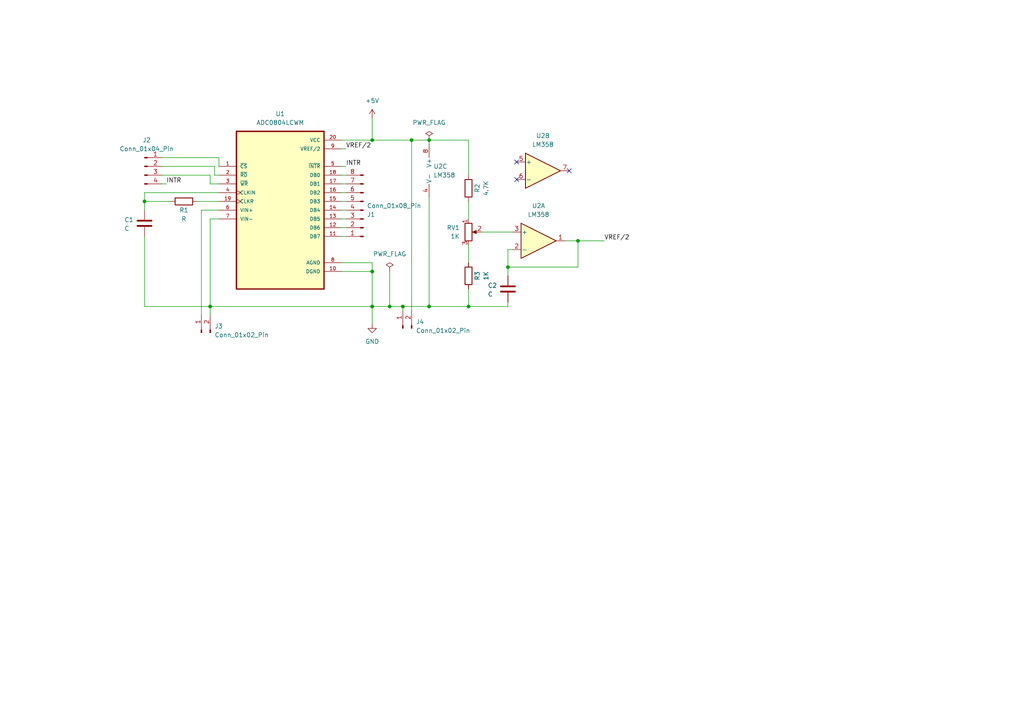
<source format=kicad_sch>
(kicad_sch (version 20250114) (generator "eeschema") (generator_version "9.0")
  (paper "A4")
  (lib_symbols
    (symbol "ADC0804LCWM:ADC0804LCWM" (pin_names (offset 1.016))
      (property "Reference" "U" (at -12.7 23.86 0))
      (property "Value" "ADC0804LCWM" (at -12.7 -26.86 0))
      (symbol "ADC0804LCWM_0_0"
        (rectangle (start -12.7 -22.86) (end 12.7 22.86) (stroke (width 0.41)) (fill (type background)))
        (pin input line (at -17.78 12.7 0) (length 5.08) (name "~{CS}") (number "1"))
        (pin input line (at -17.78 10.16 0) (length 5.08) (name "~{RD}") (number "2"))
        (pin input line (at -17.78 7.62 0) (length 5.08) (name "~{WR}") (number "3"))
        (pin input clock (at -17.78 5.08 0) (length 5.08) (name "CLKIN") (number "4"))
        (pin input clock (at -17.78 2.54 0) (length 5.08) (name "CLKR") (number "19"))
        (pin input line (at -17.78 0 0) (length 5.08) (name "VIN+") (number "6"))
        (pin input line (at -17.78 -2.54 0) (length 5.08) (name "VIN-") (number "7"))
        (pin power_in line (at 17.78 20.32 180) (length 5.08) (name "VCC") (number "20"))
        (pin power_in line (at 17.78 17.78 180) (length 5.08) (name "VREF/2") (number "9"))
        (pin output line (at 17.78 12.7 180) (length 5.08) (name "~{INTR}") (number "5"))
        (pin output line (at 17.78 10.16 180) (length 5.08) (name "DB0") (number "18"))
        (pin output line (at 17.78 7.62 180) (length 5.08) (name "DB1") (number "17"))
        (pin output line (at 17.78 5.08 180) (length 5.08) (name "DB2") (number "16"))
        (pin output line (at 17.78 2.54 180) (length 5.08) (name "DB3") (number "15"))
        (pin output line (at 17.78 0 180) (length 5.08) (name "DB4") (number "14"))
        (pin output line (at 17.78 -2.54 180) (length 5.08) (name "DB5") (number "13"))
        (pin output line (at 17.78 -5.08 180) (length 5.08) (name "DB6") (number "12"))
        (pin output line (at 17.78 -7.62 180) (length 5.08) (name "DB7") (number "11"))
        (pin power_in line (at 17.78 -15.24 180) (length 5.08) (name "AGND") (number "8"))
        (pin power_in line (at 17.78 -17.78 180) (length 5.08) (name "DGND") (number "10"))
      )
    )
    (symbol "Amplifier_Operational:LM358" (pin_names (offset 0.127))
      (property "Reference" "U" (at 0 5.08 0))
      (property "Value" "LM358" (at 0 -5.08 0))
      (symbol "LM358_1_1"
        (polyline (pts (xy -5.08 5.08) (xy 5.08 0) (xy -5.08 -5.08) (xy -5.08 5.08)) (stroke (width 0.254)) (fill (type background)))
        (pin input line (at -7.62 2.54 0) (length 2.54) (name "+") (number "3"))
        (pin input line (at -7.62 -2.54 0) (length 2.54) (name "-") (number "2"))
        (pin output line (at 7.62 0 180) (length 2.54) (name "~") (number "1"))
      )
      (symbol "LM358_2_1"
        (polyline (pts (xy -5.08 5.08) (xy 5.08 0) (xy -5.08 -5.08) (xy -5.08 5.08)) (stroke (width 0.254)) (fill (type background)))
        (pin input line (at -7.62 2.54 0) (length 2.54) (name "+") (number "5"))
        (pin input line (at -7.62 -2.54 0) (length 2.54) (name "-") (number "6"))
        (pin output line (at 7.62 0 180) (length 2.54) (name "~") (number "7"))
      )
      (symbol "LM358_3_1"
        (pin power_in line (at -2.54 7.62 270) (length 3.81) (name "V+") (number "8"))
        (pin power_in line (at -2.54 -7.62 90) (length 3.81) (name "V-") (number "4"))
      )
    )
    (symbol "Connector:Conn_01x02_Pin" (pin_names (offset 1.016) (hide yes))
      (property "Reference" "J" (at 0 2.54 0))
      (property "Value" "Conn_01x02_Pin" (at 0 -5.08 0))
      (symbol "Conn_01x02_Pin_1_1"
        (rectangle (start 0.8636 0.127) (end 0 -0.127) (stroke (width 0.1524)) (fill (type outline)))
        (rectangle (start 0.8636 -2.413) (end 0 -2.667) (stroke (width 0.1524)) (fill (type outline)))
        (polyline (pts (xy 1.27 0) (xy 0.8636 0)) (stroke (width 0.1524)))
        (polyline (pts (xy 1.27 -2.54) (xy 0.8636 -2.54)) (stroke (width 0.1524)))
        (pin passive line (at 5.08 0 180) (length 3.81) (name "Pin_1") (number "1"))
        (pin passive line (at 5.08 -2.54 180) (length 3.81) (name "Pin_2") (number "2"))
      )
    )
    (symbol "Connector:Conn_01x04_Pin" (pin_names (offset 1.016) (hide yes))
      (property "Reference" "J" (at 0 5.08 0))
      (property "Value" "Conn_01x04_Pin" (at 0 -7.62 0))
      (symbol "Conn_01x04_Pin_1_1"
        (rectangle (start 0.8636 2.667) (end 0 2.413) (stroke (width 0.1524)) (fill (type outline)))
        (rectangle (start 0.8636 0.127) (end 0 -0.127) (stroke (width 0.1524)) (fill (type outline)))
        (rectangle (start 0.8636 -2.413) (end 0 -2.667) (stroke (width 0.1524)) (fill (type outline)))
        (rectangle (start 0.8636 -4.953) (end 0 -5.207) (stroke (width 0.1524)) (fill (type outline)))
        (polyline (pts (xy 1.27 2.54) (xy 0.8636 2.54)) (stroke (width 0.1524)))
        (polyline (pts (xy 1.27 0) (xy 0.8636 0)) (stroke (width 0.1524)))
        (polyline (pts (xy 1.27 -2.54) (xy 0.8636 -2.54)) (stroke (width 0.1524)))
        (polyline (pts (xy 1.27 -5.08) (xy 0.8636 -5.08)) (stroke (width 0.1524)))
        (pin passive line (at 5.08 2.54 180) (length 3.81) (name "Pin_1") (number "1"))
        (pin passive line (at 5.08 0 180) (length 3.81) (name "Pin_2") (number "2"))
        (pin passive line (at 5.08 -2.54 180) (length 3.81) (name "Pin_3") (number "3"))
        (pin passive line (at 5.08 -5.08 180) (length 3.81) (name "Pin_4") (number "4"))
      )
    )
    (symbol "Connector:Conn_01x08_Pin" (pin_names (offset 1.016) (hide yes))
      (property "Reference" "J" (at 0 10.16 0))
      (property "Value" "Conn_01x08_Pin" (at 0 -12.7 0))
      (symbol "Conn_01x08_Pin_1_1"
        (rectangle (start 0.8636 7.747) (end 0 7.493) (stroke (width 0.1524)) (fill (type outline)))
        (rectangle (start 0.8636 5.207) (end 0 4.953) (stroke (width 0.1524)) (fill (type outline)))
        (rectangle (start 0.8636 2.667) (end 0 2.413) (stroke (width 0.1524)) (fill (type outline)))
        (rectangle (start 0.8636 0.127) (end 0 -0.127) (stroke (width 0.1524)) (fill (type outline)))
        (rectangle (start 0.8636 -2.413) (end 0 -2.667) (stroke (width 0.1524)) (fill (type outline)))
        (rectangle (start 0.8636 -4.953) (end 0 -5.207) (stroke (width 0.1524)) (fill (type outline)))
        (rectangle (start 0.8636 -7.493) (end 0 -7.747) (stroke (width 0.1524)) (fill (type outline)))
        (rectangle (start 0.8636 -10.033) (end 0 -10.287) (stroke (width 0.1524)) (fill (type outline)))
        (polyline (pts (xy 1.27 7.62) (xy 0.8636 7.62)) (stroke (width 0.1524)))
        (polyline (pts (xy 1.27 5.08) (xy 0.8636 5.08)) (stroke (width 0.1524)))
        (polyline (pts (xy 1.27 2.54) (xy 0.8636 2.54)) (stroke (width 0.1524)))
        (polyline (pts (xy 1.27 0) (xy 0.8636 0)) (stroke (width 0.1524)))
        (polyline (pts (xy 1.27 -2.54) (xy 0.8636 -2.54)) (stroke (width 0.1524)))
        (polyline (pts (xy 1.27 -5.08) (xy 0.8636 -5.08)) (stroke (width 0.1524)))
        (polyline (pts (xy 1.27 -7.62) (xy 0.8636 -7.62)) (stroke (width 0.1524)))
        (polyline (pts (xy 1.27 -10.16) (xy 0.8636 -10.16)) (stroke (width 0.1524)))
        (pin passive line (at 5.08 7.62 180) (length 3.81) (name "Pin_1") (number "1"))
        (pin passive line (at 5.08 5.08 180) (length 3.81) (name "Pin_2") (number "2"))
        (pin passive line (at 5.08 2.54 180) (length 3.81) (name "Pin_3") (number "3"))
        (pin passive line (at 5.08 0 180) (length 3.81) (name "Pin_4") (number "4"))
        (pin passive line (at 5.08 -2.54 180) (length 3.81) (name "Pin_5") (number "5"))
        (pin passive line (at 5.08 -5.08 180) (length 3.81) (name "Pin_6") (number "6"))
        (pin passive line (at 5.08 -7.62 180) (length 3.81) (name "Pin_7") (number "7"))
        (pin passive line (at 5.08 -10.16 180) (length 3.81) (name "Pin_8") (number "8"))
      )
    )
    (symbol "Device:C" (pin_numbers (hide yes)) (pin_names (offset 0.254))
      (property "Reference" "C" (at 0.635 2.54 0))
      (property "Value" "C" (at 0.635 -2.54 0))
      (symbol "C_0_1"
        (polyline (pts (xy -2.032 0.762) (xy 2.032 0.762)) (stroke (width 0.508)))
        (polyline (pts (xy -2.032 -0.762) (xy 2.032 -0.762)) (stroke (width 0.508)))
      )
      (symbol "C_1_1"
        (pin passive line (at 0 3.81 270) (length 2.794) (name "~") (number "1"))
        (pin passive line (at 0 -3.81 90) (length 2.794) (name "~") (number "2"))
      )
    )
    (symbol "Device:R" (pin_numbers (hide yes)) (pin_names (offset 0))
      (property "Reference" "R" (at 2.032 0 90))
      (property "Value" "R" (at 0 0 90))
      (symbol "R_0_1"
        (rectangle (start -1.016 -2.54) (end 1.016 2.54) (stroke (width 0.254)))
      )
      (symbol "R_1_1"
        (pin passive line (at 0 3.81 270) (length 1.27) (name "~") (number "1"))
        (pin passive line (at 0 -3.81 90) (length 1.27) (name "~") (number "2"))
      )
    )
    (symbol "Device:R_Potentiometer" (pin_names (offset 1.016) (hide yes))
      (property "Reference" "RV" (at -4.445 0 90))
      (property "Value" "R_Potentiometer" (at -2.54 0 90))
      (symbol "R_Potentiometer_0_1"
        (rectangle (start 1.016 2.54) (end -1.016 -2.54) (stroke (width 0.254)))
        (polyline (pts (xy 1.143 0) (xy 2.286 0.508) (xy 2.286 -0.508) (xy 1.143 0)) (fill (type outline)))
        (polyline (pts (xy 2.54 0) (xy 1.524 0)))
      )
      (symbol "R_Potentiometer_1_1"
        (pin passive line (at 0 3.81 270) (length 1.27) (name "1") (number "1"))
        (pin passive line (at 0 -3.81 90) (length 1.27) (name "3") (number "3"))
        (pin passive line (at 3.81 0 180) (length 1.27) (name "2") (number "2"))
      )
    )
    (symbol "power:+5V" (power) (pin_numbers (hide yes)) (pin_names (offset 0) (hide yes))
      (property "Value" "+5V" (at 0 3.556 0))
      (symbol "+5V_0_1"
        (polyline (pts (xy -0.762 1.27) (xy 0 2.54)))
        (polyline (pts (xy 0 2.54) (xy 0.762 1.27)))
        (polyline (pts (xy 0 0) (xy 0 2.54)))
      )
      (symbol "+5V_1_1"
        (pin power_in line (at 0 0 90) (length 0) (name "~") (number "1"))
      )
    )
    (symbol "power:GND" (power) (pin_numbers (hide yes)) (pin_names (offset 0) (hide yes))
      (property "Value" "GND" (at 0 -3.81 0))
      (symbol "GND_0_1"
        (polyline (pts (xy 0 0) (xy 0 -1.27) (xy 1.27 -1.27) (xy 0 -2.54) (xy -1.27 -1.27) (xy 0 -1.27)))
      )
      (symbol "GND_1_1"
        (pin power_in line (at 0 0 270) (length 0) (name "~") (number "1"))
      )
    )
    (symbol "power:PWR_FLAG" (power) (pin_numbers (hide yes)) (pin_names (offset 0) (hide yes))
      (property "Value" "PWR_FLAG" (at 0 3.81 0))
      (symbol "PWR_FLAG_0_0"
        (pin power_out line (at 0 0 90) (length 0) (name "~") (number "1"))
      )
      (symbol "PWR_FLAG_0_1"
        (polyline (pts (xy 0 0) (xy 0 1.27) (xy -1.016 1.905) (xy 0 2.54) (xy 1.016 1.905) (xy 0 1.27)))
      )
    )
  )
  (junction (at 60.96 88.9))
  (junction (at 124.46 88.9))
  (junction (at 107.95 78.74))
  (junction (at 41.91 58.42))
  (junction (at 119.38 40.64))
  (junction (at 107.95 88.9))
  (junction (at 116.84 88.9))
  (junction (at 113.03 88.9))
  (junction (at 124.46 40.64))
  (junction (at 107.95 40.64))
  (junction (at 147.32 77.47))
  (junction (at 167.64 69.85))
  (junction (at 135.89 88.9))
  (no_connect (at 165.1 49.53))
  (no_connect (at 149.86 52.07))
  (no_connect (at 149.86 46.99))
  (wire (pts (xy 113.03 88.9) (xy 107.95 88.9)))
  (wire (pts (xy 107.95 78.74) (xy 107.95 88.9)))
  (wire (pts (xy 147.32 77.47) (xy 167.64 77.47)))
  (wire (pts (xy 62.23 50.8) (xy 62.23 48.26)))
  (wire (pts (xy 58.42 60.96) (xy 58.42 91.44)))
  (wire (pts (xy 99.06 60.96) (xy 100.33 60.96)))
  (wire (pts (xy 99.06 50.8) (xy 100.33 50.8)))
  (wire (pts (xy 63.5 53.34) (xy 60.96 53.34)))
  (wire (pts (xy 49.53 58.42) (xy 41.91 58.42)))
  (wire (pts (xy 63.5 50.8) (xy 62.23 50.8)))
  (wire (pts (xy 60.96 53.34) (xy 60.96 50.8)))
  (wire (pts (xy 41.91 58.42) (xy 41.91 60.96)))
  (wire (pts (xy 147.32 77.47) (xy 147.32 80.01)))
  (wire (pts (xy 99.06 53.34) (xy 100.33 53.34)))
  (wire (pts (xy 124.46 41.91) (xy 124.46 40.64)))
  (wire (pts (xy 63.5 60.96) (xy 58.42 60.96)))
  (wire (pts (xy 135.89 83.82) (xy 135.89 88.9)))
  (wire (pts (xy 46.99 50.8) (xy 60.96 50.8)))
  (wire (pts (xy 99.06 55.88) (xy 100.33 55.88)))
  (wire (pts (xy 99.06 58.42) (xy 100.33 58.42)))
  (wire (pts (xy 135.89 88.9) (xy 124.46 88.9)))
  (wire (pts (xy 147.32 72.39) (xy 147.32 77.47)))
  (wire (pts (xy 148.59 72.39) (xy 147.32 72.39)))
  (wire (pts (xy 119.38 40.64) (xy 124.46 40.64)))
  (wire (pts (xy 116.84 88.9) (xy 116.84 90.17)))
  (wire (pts (xy 167.64 69.85) (xy 167.64 77.47)))
  (wire (pts (xy 99.06 48.26) (xy 100.33 48.26)))
  (wire (pts (xy 124.46 40.64) (xy 135.89 40.64)))
  (wire (pts (xy 135.89 71.12) (xy 135.89 76.2)))
  (wire (pts (xy 99.06 76.2) (xy 107.95 76.2)))
  (wire (pts (xy 63.5 63.5) (xy 60.96 63.5)))
  (wire (pts (xy 124.46 57.15) (xy 124.46 88.9)))
  (wire (pts (xy 63.5 45.72) (xy 46.99 45.72)))
  (wire (pts (xy 99.06 43.18) (xy 100.33 43.18)))
  (wire (pts (xy 99.06 40.64) (xy 107.95 40.64)))
  (wire (pts (xy 107.95 40.64) (xy 119.38 40.64)))
  (wire (pts (xy 135.89 58.42) (xy 135.89 63.5)))
  (wire (pts (xy 116.84 88.9) (xy 113.03 88.9)))
  (wire (pts (xy 113.03 78.74) (xy 113.03 88.9)))
  (wire (pts (xy 163.83 69.85) (xy 167.64 69.85)))
  (wire (pts (xy 63.5 55.88) (xy 41.91 55.88)))
  (wire (pts (xy 60.96 88.9) (xy 60.96 91.44)))
  (wire (pts (xy 57.15 58.42) (xy 63.5 58.42)))
  (wire (pts (xy 124.46 88.9) (xy 116.84 88.9)))
  (wire (pts (xy 41.91 88.9) (xy 60.96 88.9)))
  (wire (pts (xy 99.06 63.5) (xy 100.33 63.5)))
  (wire (pts (xy 139.7 67.31) (xy 148.59 67.31)))
  (wire (pts (xy 107.95 76.2) (xy 107.95 78.74)))
  (wire (pts (xy 99.06 66.04) (xy 100.33 66.04)))
  (wire (pts (xy 41.91 68.58) (xy 41.91 88.9)))
  (wire (pts (xy 167.64 69.85) (xy 175.26 69.85)))
  (wire (pts (xy 63.5 48.26) (xy 63.5 45.72)))
  (wire (pts (xy 99.06 78.74) (xy 107.95 78.74)))
  (wire (pts (xy 107.95 40.64) (xy 107.95 34.29)))
  (wire (pts (xy 147.32 88.9) (xy 135.89 88.9)))
  (wire (pts (xy 107.95 88.9) (xy 107.95 93.98)))
  (wire (pts (xy 62.23 48.26) (xy 46.99 48.26)))
  (wire (pts (xy 60.96 88.9) (xy 107.95 88.9)))
  (wire (pts (xy 99.06 68.58) (xy 100.33 68.58)))
  (wire (pts (xy 147.32 87.63) (xy 147.32 88.9)))
  (wire (pts (xy 135.89 50.8) (xy 135.89 40.64)))
  (wire (pts (xy 41.91 55.88) (xy 41.91 58.42)))
  (wire (pts (xy 46.99 53.34) (xy 48.26 53.34)))
  (wire (pts (xy 60.96 63.5) (xy 60.96 88.9)))
  (wire (pts (xy 119.38 40.64) (xy 119.38 90.17)))
  (label "INTR" (at 48.26 53.34 0))
  (label "VREF{slash}2" (at 100.33 43.18 0))
  (label "INTR" (at 100.33 48.26 0))
  (label "VREF{slash}2" (at 175.26 69.85 0))
  (symbol (lib_id "power:GND") (at 107.95 93.98 0) (unit 1)
    (property "Reference" "#PWR02" (effects (hide yes)))
    (property "Value" "GND" (at 107.95 99.06 0))
    (property "Description" "Power symbol creates a global label with name \"GND\" , ground" (effects (hide yes)))
  )
  (symbol (lib_id "Device:R") (at 53.34 58.42 90) (unit 1)
    (property "Reference" "R1" (at 53.34 60.96 90))
    (property "Value" "R" (at 53.34 63.5 90))
    (property "Footprint" "Resistor_THT:R_Axial_DIN0207_L6.3mm_D2.5mm_P7.62mm_Horizontal" (effects (hide yes)))
    (property "Description" "Resistor" (effects (hide yes)))
  )
  (symbol (lib_id "Device:R") (at 135.89 80.01 180) (unit 1)
    (property "Reference" "R3" (at 138.43 80.01 90))
    (property "Value" "1K" (at 140.97 80.01 90))
    (property "Footprint" "Resistor_THT:R_Axial_DIN0207_L6.3mm_D2.5mm_P7.62mm_Horizontal" (effects (hide yes)))
    (property "Description" "Resistor" (effects (hide yes)))
  )
  (symbol (lib_id "Device:R") (at 135.89 54.61 180) (unit 1)
    (property "Reference" "R2" (at 138.43 54.61 90))
    (property "Value" "4.7K" (at 140.97 54.61 90))
    (property "Footprint" "Resistor_THT:R_Axial_DIN0207_L6.3mm_D2.5mm_P7.62mm_Horizontal" (effects (hide yes)))
    (property "Description" "Resistor" (effects (hide yes)))
  )
  (symbol (lib_id "power:PWR_FLAG") (at 113.03 78.74 0) (unit 1)
    (property "Reference" "#FLG01" (effects (hide yes)))
    (property "Value" "PWR_FLAG" (at 113.03 73.66 0))
    (property "Description" "Special symbol for telling ERC where power comes from" (effects (hide yes)))
  )
  (symbol (lib_id "Device:R_Potentiometer") (at 135.89 67.31 0) (unit 1)
    (property "Reference" "RV1" (at 133.35 66.0399 0) (effects (justify right)))
    (property "Value" "1K" (at 133.35 68.5799 0) (effects (justify right)))
    (property "Footprint" "Potentiometer_THT:Potentiometer_Bourns_3299W_Vertical" (effects (hide yes)))
    (property "Description" "Potentiometer" (effects (hide yes)))
  )
  (symbol (lib_id "Amplifier_Operational:LM358") (at 156.21 69.85 0) (unit 1)
    (property "Reference" "U2" (at 156.21 59.69 0))
    (property "Value" "LM358" (at 156.21 62.23 0))
    (property "Footprint" "Package_DIP:DIP-8_W7.62mm" (effects (hide yes)))
    (property "Datasheet" "http://www.ti.com/lit/ds/symlink/lm2904-n.pdf" (effects (hide yes)))
    (property "Description" "Low-Power, Dual Operational Amplifiers, DIP-8/SOIC-8/TO-99-8" (effects (hide yes)))
  )
  (symbol (lib_id "power:+5V") (at 107.95 34.29 0) (unit 1)
    (property "Reference" "#PWR01" (effects (hide yes)))
    (property "Value" "+5V" (at 107.95 29.21 0))
    (property "Description" "Power symbol creates a global label with name \"+5V\"" (effects (hide yes)))
  )
  (symbol (lib_id "Connector:Conn_01x08_Pin") (at 105.41 60.96 180) (unit 1)
    (property "Reference" "J1" (at 106.426 62.23 0) (effects (justify right)))
    (property "Value" "Conn_01x08_Pin" (at 106.426 59.69 0) (effects (justify right)))
    (property "Footprint" "Connector_PinHeader_2.54mm:PinHeader_1x08_P2.54mm_Vertical" (effects (hide yes)))
    (property "Description" "Generic connector, single row, 01x08, script generated" (effects (hide yes)))
  )
  (symbol (lib_id "Connector:Conn_01x02_Pin") (at 58.42 96.52 90) (unit 1)
    (property "Reference" "J3" (at 62.23 94.6149 90) (effects (justify right)))
    (property "Value" "Conn_01x02_Pin" (at 62.23 97.1549 90) (effects (justify right)))
    (property "Footprint" "Connector_PinHeader_2.54mm:PinHeader_1x02_P2.54mm_Vertical" (effects (hide yes)))
    (property "Description" "Generic connector, single row, 01x02, script generated" (effects (hide yes)))
  )
  (symbol (lib_id "power:PWR_FLAG") (at 124.46 40.64 0) (unit 1)
    (property "Reference" "#FLG03" (effects (hide yes)))
    (property "Value" "PWR_FLAG" (at 124.46 35.56 0))
    (property "Description" "Special symbol for telling ERC where power comes from" (effects (hide yes)))
  )
  (symbol (lib_id "Connector:Conn_01x02_Pin") (at 116.84 95.25 90) (unit 1)
    (property "Reference" "J4" (at 120.65 93.3449 90) (effects (justify right)))
    (property "Value" "Conn_01x02_Pin" (at 120.65 95.8849 90) (effects (justify right)))
    (property "Footprint" "Connector_PinHeader_2.54mm:PinHeader_1x02_P2.54mm_Vertical" (effects (hide yes)))
    (property "Description" "Generic connector, single row, 01x02, script generated" (effects (hide yes)))
  )
  (symbol (lib_id "Connector:Conn_01x04_Pin") (at 41.91 48.26 0) (unit 1)
    (property "Reference" "J2" (at 42.545 40.64 0))
    (property "Value" "Conn_01x04_Pin" (at 42.545 43.18 0))
    (property "Footprint" "Connector_PinHeader_2.54mm:PinHeader_1x04_P2.54mm_Vertical" (effects (hide yes)))
    (property "Description" "Generic connector, single row, 01x04, script generated" (effects (hide yes)))
  )
  (symbol (lib_id "Amplifier_Operational:LM358") (at 157.48 49.53 0) (unit 2)
    (property "Reference" "U2" (at 157.48 39.37 0))
    (property "Value" "LM358" (at 157.48 41.91 0))
    (property "Datasheet" "http://www.ti.com/lit/ds/symlink/lm2904-n.pdf" (effects (hide yes)))
    (property "Description" "Low-Power, Dual Operational Amplifiers, DIP-8/SOIC-8/TO-99-8" (effects (hide yes)))
  )
  (symbol (lib_id "ADC0804LCWM:ADC0804LCWM") (at 81.28 60.96 0) (unit 1)
    (property "Reference" "U1" (at 81.28 33.02 0))
    (property "Value" "ADC0804LCWM" (at 81.28 35.56 0))
    (property "Footprint" "Package_DIP:DIP-20_W7.62mm" (effects (hide yes)))
    (property "MF" "Texas Instruments" (effects (hide yes)))
    (property "Description_1" "8 Bit Analog to Digital Converter 1 Input 1 SAR 20-SOIC" (effects (hide yes)))
    (property "Package" "SOIC-20 Analog Devices" (effects (hide yes)))
    (property "Price" "None" (effects (hide yes)))
    (property "SnapEDA_Link" "https://www.snapeda.com/parts/ADC0804-LCWM/Texas+Instruments/view-part/?ref=snap" (effects (hide yes)))
    (property "MP" "ADC0804-LCWM" (effects (hide yes)))
    (property "Availability" "In Stock" (effects (hide yes)))
    (property "Check_prices" "https://www.snapeda.com/parts/ADC0804-LCWM/Texas+Instruments/view-part/?ref=eda" (effects (hide yes)))
  )
  (symbol (lib_id "Device:C") (at 147.32 83.82 0) (unit 1)
    (property "Reference" "C2" (at 141.478 82.804 0) (effects (justify left)))
    (property "Value" "C" (at 141.478 85.344 0) (effects (justify left)))
    (property "Footprint" "Capacitor_THT:C_Disc_D5.0mm_W2.5mm_P2.50mm" (effects (hide yes)))
    (property "Description" "Unpolarized capacitor" (effects (hide yes)))
  )
  (symbol (lib_id "Device:C") (at 41.91 64.77 0) (unit 1)
    (property "Reference" "C1" (at 36.068 63.754 0) (effects (justify left)))
    (property "Value" "C" (at 36.068 66.294 0) (effects (justify left)))
    (property "Footprint" "Capacitor_THT:C_Disc_D5.0mm_W2.5mm_P2.50mm" (effects (hide yes)))
    (property "Description" "Unpolarized capacitor" (effects (hide yes)))
  )
  (symbol (lib_id "Amplifier_Operational:LM358") (at 127 49.53 0) (unit 3)
    (property "Reference" "U2" (at 125.73 48.2599 0) (effects (justify left)))
    (property "Value" "LM358" (at 125.73 50.7999 0) (effects (justify left)))
    (property "Footprint" "Package_DIP:DIP-8_W7.62mm" (effects (hide yes)))
    (property "Datasheet" "http://www.ti.com/lit/ds/symlink/lm2904-n.pdf" (effects (hide yes)))
    (property "Description" "Low-Power, Dual Operational Amplifiers, DIP-8/SOIC-8/TO-99-8" (effects (hide yes)))
  )
)
</source>
